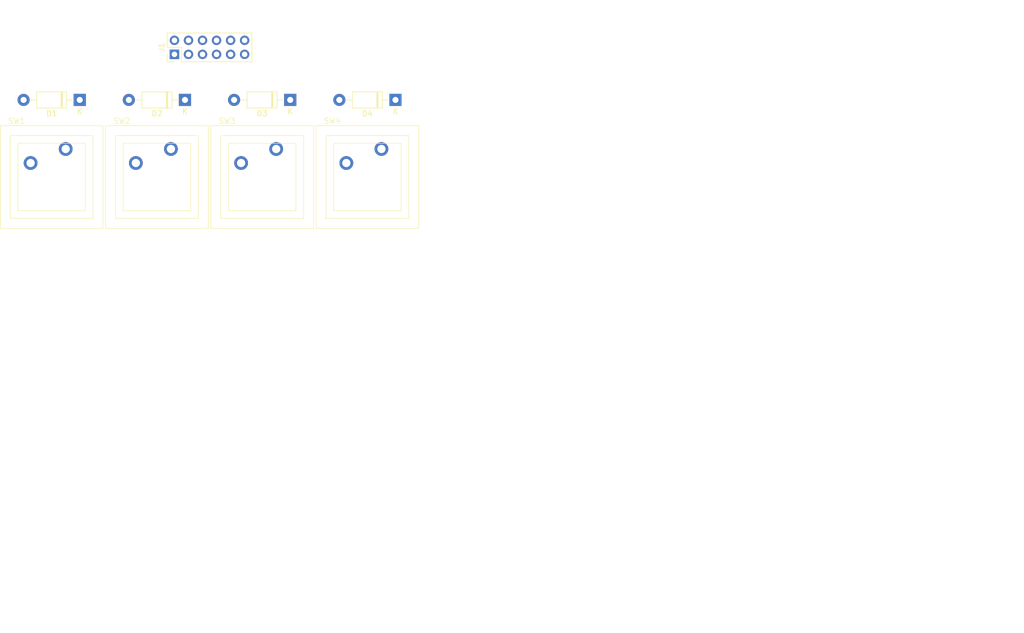
<source format=kicad_pcb>
(kicad_pcb (version 20221018) (generator pcbnew)
  (layers (0 "F.Cu" signal) (31 "B.Cu" signal) (34 "B.Paste" user) (35 "F.Paste" user) (36 "B.SilkS" user "B.Silkscreen") (37 "F.SilkS" user "F.Silkscreen") (38 "B.Mask" user) (39 "F.Mask" user) (44 "Edge.Cuts" user))
  (net 0 "")
  (net 1 "Net-(D1-K)")
  (net 2 "Net-(D1-A)")
  (net 3 "Net-(D2-K)")
  (net 4 "Net-(D2-A)")
  (net 5 "Net-(D3-K)")
  (net 6 "Net-(D3-A)")
  (net 7 "Net-(D4-K)")
  (net 8 "Net-(D4-A)")
  (net 9 "/SW1-A")
  (net 10 "/SW2-A")
  (net 11 "/SW3-A")
  (net 12 "/SW4-A")
  (net 15 "GND")
  (footprint "Diode_THT:D_DO-41_SOD81_P10.16mm_Horizontal" (layer "F.Cu") (at 157.48 62.23 180)
    (fp_text reference "D4" (at 5.08 -2.47) (layer "F.SilkS"))
    (fp_text value "1N4007")
    (fp_text user "K" (at 0 -2.1) (layer "F.SilkS"))
    (fp_line (start 1.34 0) (end 2.36 0) (stroke (width 0.12)) (layer "F.SilkS"))
    (fp_line (start 2.36 -1.47) (end 2.36 1.47) (stroke (width 0.12)) (layer "F.SilkS"))
    (fp_line (start 2.36 1.47) (end 7.8 1.47) (stroke (width 0.12)) (layer "F.SilkS"))
    (fp_line (start 3.14 -1.47) (end 3.14 1.47) (stroke (width 0.12)) (layer "F.SilkS"))
    (fp_line (start 3.26 -1.47) (end 3.26 1.47) (stroke (width 0.12)) (layer "F.SilkS"))
    (fp_line (start 3.38 -1.47) (end 3.38 1.47) (stroke (width 0.12)) (layer "F.SilkS"))
    (fp_line (start 7.8 -1.47) (end 2.36 -1.47) (stroke (width 0.12)) (layer "F.SilkS"))
    (fp_line (start 7.8 1.47) (end 7.8 -1.47) (stroke (width 0.12)) (layer "F.SilkS"))
    (fp_line (start 8.82 0) (end 7.8 0) (stroke (width 0.12)) (layer "F.SilkS"))
    (pad "1" thru_hole rect (at 0 0 180) (size 2.2 2.2) (drill 1.1) (layers "*.Cu" "*.Mask") (net 7 "Net-(D4-K)"))
    (pad "2" thru_hole oval (at 10.16 0 180) (size 2.2 2.2) (drill 1.1) (layers "*.Cu" "*.Mask") (net 8 "Net-(D4-A)"))
  )
  (footprint "CLAW001:1528-4954-ND" (layer "F.Cu") (at 133.35 76.2)
    (fp_text reference "SW3" (at -6.35 -10.16 unlocked) (layer "F.SilkS") (effects (font (thickness 0.1))))
    (fp_text value "SW_Push")
    (fp_rect (start -9.3 -9.3) (end 9.3 9.3) (stroke (width 0.1)) (fill none) (layer "F.SilkS"))
    (fp_rect (start -7.5 -7.5) (end 7.5 7.5) (stroke (width 0.1)) (fill none) (layer "F.SilkS"))
    (fp_rect (start -6.1 -6.1) (end 6.1 6.1) (stroke (width 0.1)) (fill none) (layer "F.SilkS"))
    (pad "" np_thru_hole circle (at 0 0) (size 3.99 3.99) (drill 3.99) (layers "F&B.Cu" "*.Mask"))
    (pad "1" thru_hole circle (at -3.81 -2.54) (size 2.5 2.5) (drill 1.5) (layers "*.Cu" "*.Mask") (net 6 "Net-(D3-A)"))
    (pad "2" thru_hole circle (at 2.54 -5.08) (size 2.5 2.5) (drill 1.5) (layers "*.Cu" "*.Mask") (net 11 "/SW3-A"))
  )
  (footprint "Diode_THT:D_DO-41_SOD81_P10.16mm_Horizontal" (layer "F.Cu") (at 100.33 62.23 180)
    (fp_text reference "D1" (at 5.08 -2.47) (layer "F.SilkS"))
    (fp_text value "1N4007")
    (fp_text user "K" (at 0 -2.1) (layer "F.SilkS"))
    (fp_line (start 1.34 0) (end 2.36 0) (stroke (width 0.12)) (layer "F.SilkS"))
    (fp_line (start 2.36 -1.47) (end 2.36 1.47) (stroke (width 0.12)) (layer "F.SilkS"))
    (fp_line (start 2.36 1.47) (end 7.8 1.47) (stroke (width 0.12)) (layer "F.SilkS"))
    (fp_line (start 3.14 -1.47) (end 3.14 1.47) (stroke (width 0.12)) (layer "F.SilkS"))
    (fp_line (start 3.26 -1.47) (end 3.26 1.47) (stroke (width 0.12)) (layer "F.SilkS"))
    (fp_line (start 3.38 -1.47) (end 3.38 1.47) (stroke (width 0.12)) (layer "F.SilkS"))
    (fp_line (start 7.8 -1.47) (end 2.36 -1.47) (stroke (width 0.12)) (layer "F.SilkS"))
    (fp_line (start 7.8 1.47) (end 7.8 -1.47) (stroke (width 0.12)) (layer "F.SilkS"))
    (fp_line (start 8.82 0) (end 7.8 0) (stroke (width 0.12)) (layer "F.SilkS"))
    (pad "1" thru_hole rect (at 0 0 180) (size 2.2 2.2) (drill 1.1) (layers "*.Cu" "*.Mask") (net 1 "Net-(D1-K)"))
    (pad "2" thru_hole oval (at 10.16 0 180) (size 2.2 2.2) (drill 1.1) (layers "*.Cu" "*.Mask") (net 2 "Net-(D1-A)"))
  )
  (footprint "Diode_THT:D_DO-41_SOD81_P10.16mm_Horizontal" (layer "F.Cu") (at 119.38 62.23 180)
    (fp_text reference "D2" (at 5.08 -2.47) (layer "F.SilkS"))
    (fp_text value "1N4007")
    (fp_text user "K" (at 0 -2.1) (layer "F.SilkS"))
    (fp_line (start 1.34 0) (end 2.36 0) (stroke (width 0.12)) (layer "F.SilkS"))
    (fp_line (start 2.36 -1.47) (end 2.36 1.47) (stroke (width 0.12)) (layer "F.SilkS"))
    (fp_line (start 2.36 1.47) (end 7.8 1.47) (stroke (width 0.12)) (layer "F.SilkS"))
    (fp_line (start 3.14 -1.47) (end 3.14 1.47) (stroke (width 0.12)) (layer "F.SilkS"))
    (fp_line (start 3.26 -1.47) (end 3.26 1.47) (stroke (width 0.12)) (layer "F.SilkS"))
    (fp_line (start 3.38 -1.47) (end 3.38 1.47) (stroke (width 0.12)) (layer "F.SilkS"))
    (fp_line (start 7.8 -1.47) (end 2.36 -1.47) (stroke (width 0.12)) (layer "F.SilkS"))
    (fp_line (start 7.8 1.47) (end 7.8 -1.47) (stroke (width 0.12)) (layer "F.SilkS"))
    (fp_line (start 8.82 0) (end 7.8 0) (stroke (width 0.12)) (layer "F.SilkS"))
    (pad "1" thru_hole rect (at 0 0 180) (size 2.2 2.2) (drill 1.1) (layers "*.Cu" "*.Mask") (net 3 "Net-(D2-K)"))
    (pad "2" thru_hole oval (at 10.16 0 180) (size 2.2 2.2) (drill 1.1) (layers "*.Cu" "*.Mask") (net 4 "Net-(D2-A)"))
  )
  (footprint "CLAW001:1528-4954-ND" (layer "F.Cu") (at 114.3 76.2)
    (fp_text reference "SW2" (at -6.35 -10.16 unlocked) (layer "F.SilkS") (effects (font (thickness 0.1))))
    (fp_text value "SW_Push")
    (fp_rect (start -9.3 -9.3) (end 9.3 9.3) (stroke (width 0.1)) (fill none) (layer "F.SilkS"))
    (fp_rect (start -7.5 -7.5) (end 7.5 7.5) (stroke (width 0.1)) (fill none) (layer "F.SilkS"))
    (fp_rect (start -6.1 -6.1) (end 6.1 6.1) (stroke (width 0.1)) (fill none) (layer "F.SilkS"))
    (pad "" np_thru_hole circle (at 0 0) (size 3.99 3.99) (drill 3.99) (layers "F&B.Cu" "*.Mask"))
    (pad "1" thru_hole circle (at -3.81 -2.54) (size 2.5 2.5) (drill 1.5) (layers "*.Cu" "*.Mask") (net 4 "Net-(D2-A)"))
    (pad "2" thru_hole circle (at 2.54 -5.08) (size 2.5 2.5) (drill 1.5) (layers "*.Cu" "*.Mask") (net 10 "/SW2-A"))
  )
  (footprint "CLAW001:1528-4954-ND" (layer "F.Cu") (at 95.25 76.2)
    (fp_text reference "SW1" (at -6.35 -10.16 unlocked) (layer "F.SilkS") (effects (font (thickness 0.1))))
    (fp_text value "SW_Push")
    (fp_rect (start -9.3 -9.3) (end 9.3 9.3) (stroke (width 0.1)) (fill none) (layer "F.SilkS"))
    (fp_rect (start -7.5 -7.5) (end 7.5 7.5) (stroke (width 0.1)) (fill none) (layer "F.SilkS"))
    (fp_rect (start -6.1 -6.1) (end 6.1 6.1) (stroke (width 0.1)) (fill none) (layer "F.SilkS"))
    (pad "" np_thru_hole circle (at 0 0) (size 3.99 3.99) (drill 3.99) (layers "F&B.Cu" "*.Mask"))
    (pad "1" thru_hole circle (at -3.81 -2.54) (size 2.5 2.5) (drill 1.5) (layers "*.Cu" "*.Mask") (net 2 "Net-(D1-A)"))
    (pad "2" thru_hole circle (at 2.54 -5.08) (size 2.5 2.5) (drill 1.5) (layers "*.Cu" "*.Mask") (net 9 "/SW1-A"))
  )
  (footprint "CLAW001:1528-4954-ND" (layer "F.Cu") (at 152.4 76.2)
    (fp_text reference "SW4" (at -6.35 -10.16 unlocked) (layer "F.SilkS") (effects (font (thickness 0.1))))
    (fp_text value "SW_Push")
    (fp_rect (start -9.3 -9.3) (end 9.3 9.3) (stroke (width 0.1)) (fill none) (layer "F.SilkS"))
    (fp_rect (start -7.5 -7.5) (end 7.5 7.5) (stroke (width 0.1)) (fill none) (layer "F.SilkS"))
    (fp_rect (start -6.1 -6.1) (end 6.1 6.1) (stroke (width 0.1)) (fill none) (layer "F.SilkS"))
    (pad "" np_thru_hole circle (at 0 0) (size 3.99 3.99) (drill 3.99) (layers "F&B.Cu" "*.Mask"))
    (pad "1" thru_hole circle (at -3.81 -2.54) (size 2.5 2.5) (drill 1.5) (layers "*.Cu" "*.Mask") (net 8 "Net-(D4-A)"))
    (pad "2" thru_hole circle (at 2.54 -5.08) (size 2.5 2.5) (drill 1.5) (layers "*.Cu" "*.Mask") (net 12 "/SW4-A"))
  )
  (footprint "Diode_THT:D_DO-41_SOD81_P10.16mm_Horizontal" (layer "F.Cu") (at 138.43 62.23 180)
    (fp_text reference "D3" (at 5.08 -2.47) (layer "F.SilkS"))
    (fp_text value "1N4007")
    (fp_text user "K" (at 0 -2.1) (layer "F.SilkS"))
    (fp_line (start 1.34 0) (end 2.36 0) (stroke (width 0.12)) (layer "F.SilkS"))
    (fp_line (start 2.36 -1.47) (end 2.36 1.47) (stroke (width 0.12)) (layer "F.SilkS"))
    (fp_line (start 2.36 1.47) (end 7.8 1.47) (stroke (width 0.12)) (layer "F.SilkS"))
    (fp_line (start 3.14 -1.47) (end 3.14 1.47) (stroke (width 0.12)) (layer "F.SilkS"))
    (fp_line (start 3.26 -1.47) (end 3.26 1.47) (stroke (width 0.12)) (layer "F.SilkS"))
    (fp_line (start 3.38 -1.47) (end 3.38 1.47) (stroke (width 0.12)) (layer "F.SilkS"))
    (fp_line (start 7.8 -1.47) (end 2.36 -1.47) (stroke (width 0.12)) (layer "F.SilkS"))
    (fp_line (start 7.8 1.47) (end 7.8 -1.47) (stroke (width 0.12)) (layer "F.SilkS"))
    (fp_line (start 8.82 0) (end 7.8 0) (stroke (width 0.12)) (layer "F.SilkS"))
    (pad "1" thru_hole rect (at 0 0 180) (size 2.2 2.2) (drill 1.1) (layers "*.Cu" "*.Mask") (net 5 "Net-(D3-K)"))
    (pad "2" thru_hole oval (at 10.16 0 180) (size 2.2 2.2) (drill 1.1) (layers "*.Cu" "*.Mask") (net 6 "Net-(D3-A)"))
  )
  (footprint "Connector_PinHeader_2.54mm:PinHeader_2x06_P2.54mm_Vertical" (layer "F.Cu") (at 117.475 53.98 90)
    (fp_text reference "J1" (at 1.27 -2.33 90) (layer "F.SilkS"))
    (fp_text value "Conn_02x05_Odd_Even")
    (fp_line (start -1.33 -1.33) (end 0 -1.33) (stroke (width 0.12)) (layer "F.SilkS"))
    (fp_line (start -1.33 0) (end -1.33 -1.33) (stroke (width 0.12)) (layer "F.SilkS"))
    (fp_line (start -1.33 1.27) (end -1.33 14.03) (stroke (width 0.12)) (layer "F.SilkS"))
    (fp_line (start -1.33 1.27) (end 1.27 1.27) (stroke (width 0.12)) (layer "F.SilkS"))
    (fp_line (start -1.33 14.03) (end 3.87 14.03) (stroke (width 0.12)) (layer "F.SilkS"))
    (fp_line (start 1.27 -1.33) (end 3.87 -1.33) (stroke (width 0.12)) (layer "F.SilkS"))
    (fp_line (start 1.27 1.27) (end 1.27 -1.33) (stroke (width 0.12)) (layer "F.SilkS"))
    (fp_line (start 3.87 -1.33) (end 3.87 14.03) (stroke (width 0.12)) (layer "F.SilkS"))
    (pad "1" thru_hole rect (at 0 0 90) (size 1.7 1.7) (drill 1) (layers "*.Cu" "*.Mask") (net 1 "Net-(D1-K)"))
    (pad "2" thru_hole oval (at 2.54 0 90) (size 1.7 1.7) (drill 1) (layers "*.Cu" "*.Mask") (net 9 "/SW1-A"))
    (pad "3" thru_hole oval (at 0 2.54 90) (size 1.7 1.7) (drill 1) (layers "*.Cu" "*.Mask") (net 3 "Net-(D2-K)"))
    (pad "4" thru_hole oval (at 2.54 2.54 90) (size 1.7 1.7) (drill 1) (layers "*.Cu" "*.Mask") (net 10 "/SW2-A"))
    (pad "5" thru_hole oval (at 0 5.08 90) (size 1.7 1.7) (drill 1) (layers "*.Cu" "*.Mask") (net 5 "Net-(D3-K)"))
    (pad "6" thru_hole oval (at 2.54 5.08 90) (size 1.7 1.7) (drill 1) (layers "*.Cu" "*.Mask") (net 11 "/SW3-A"))
    (pad "7" thru_hole oval (at 0 7.62 90) (size 1.7 1.7) (drill 1) (layers "*.Cu" "*.Mask") (net 7 "Net-(D4-K)"))
    (pad "8" thru_hole oval (at 2.54 7.62 90) (size 1.7 1.7) (drill 1) (layers "*.Cu" "*.Mask") (net 12 "/SW4-A"))
    (pad "9" thru_hole oval (at 0 10.16 90) (size 1.7 1.7) (drill 1) (layers "*.Cu" "*.Mask"))
    (pad "10" thru_hole oval (at 2.54 10.16 90) (size 1.7 1.7) (drill 1) (layers "*.Cu" "*.Mask"))
    (pad "11" thru_hole oval (at 0 12.7 90) (size 1.7 1.7) (drill 1) (layers "*.Cu" "*.Mask"))
    (pad "12" thru_hole oval (at 2.54 12.7 90) (size 1.7 1.7) (drill 1) (layers "*.Cu" "*.Mask") (net 15 "GND"))
  )
)
</source>
